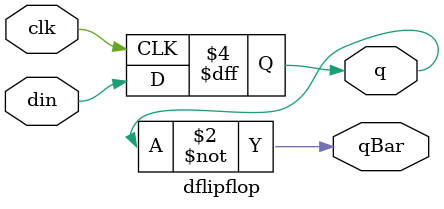
<source format=v>
`timescale 1ps / 1ps

module dflipflop(
    input din, 
    input clk, 
    output reg q, 
    output qBar
);
    // Initialize q to 0
    initial q = 0;

    // Sequential logic to update q on the rising edge of clk
    always @(posedge clk) begin
        q <= din; 
    end

    // Continuous assignment for qBar
    assign qBar = ~q;

endmodule

</source>
